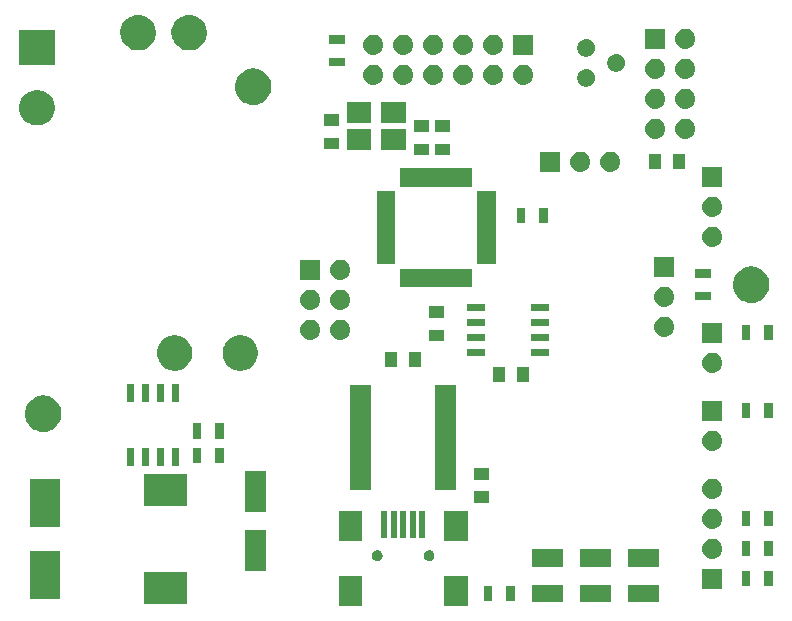
<source format=gts>
G04 #@! TF.GenerationSoftware,KiCad,Pcbnew,5.0.1*
G04 #@! TF.CreationDate,2019-01-11T11:30:50+00:00*
G04 #@! TF.ProjectId,lc1,6C63312E6B696361645F706362000000,rev?*
G04 #@! TF.SameCoordinates,Original*
G04 #@! TF.FileFunction,Soldermask,Top*
G04 #@! TF.FilePolarity,Negative*
%FSLAX46Y46*%
G04 Gerber Fmt 4.6, Leading zero omitted, Abs format (unit mm)*
G04 Created by KiCad (PCBNEW 5.0.1) date Fri 11 Jan 2019 11:30:50 GMT*
%MOMM*%
%LPD*%
G01*
G04 APERTURE LIST*
%ADD10C,0.100000*%
G04 APERTURE END LIST*
D10*
G36*
X147182000Y-132066000D02*
X145182000Y-132066000D01*
X145182000Y-129566000D01*
X147182000Y-129566000D01*
X147182000Y-132066000D01*
X147182000Y-132066000D01*
G37*
G36*
X138282000Y-132066000D02*
X136282000Y-132066000D01*
X136282000Y-129566000D01*
X138282000Y-129566000D01*
X138282000Y-132066000D01*
X138282000Y-132066000D01*
G37*
G36*
X123388086Y-131932593D02*
X119788086Y-131932593D01*
X119788086Y-129232593D01*
X123388086Y-129232593D01*
X123388086Y-131932593D01*
X123388086Y-131932593D01*
G37*
G36*
X155224000Y-131790000D02*
X152624000Y-131790000D01*
X152624000Y-130290000D01*
X155224000Y-130290000D01*
X155224000Y-131790000D01*
X155224000Y-131790000D01*
G37*
G36*
X159288000Y-131790000D02*
X156688000Y-131790000D01*
X156688000Y-130290000D01*
X159288000Y-130290000D01*
X159288000Y-131790000D01*
X159288000Y-131790000D01*
G37*
G36*
X163352000Y-131790000D02*
X160752000Y-131790000D01*
X160752000Y-130290000D01*
X163352000Y-130290000D01*
X163352000Y-131790000D01*
X163352000Y-131790000D01*
G37*
G36*
X151160000Y-131714000D02*
X150460000Y-131714000D01*
X150460000Y-130414000D01*
X151160000Y-130414000D01*
X151160000Y-131714000D01*
X151160000Y-131714000D01*
G37*
G36*
X149260000Y-131714000D02*
X148560000Y-131714000D01*
X148560000Y-130414000D01*
X149260000Y-130414000D01*
X149260000Y-131714000D01*
X149260000Y-131714000D01*
G37*
G36*
X112678086Y-131482593D02*
X110178086Y-131482593D01*
X110178086Y-127482593D01*
X112678086Y-127482593D01*
X112678086Y-131482593D01*
X112678086Y-131482593D01*
G37*
G36*
X168744000Y-130644000D02*
X167044000Y-130644000D01*
X167044000Y-128944000D01*
X168744000Y-128944000D01*
X168744000Y-130644000D01*
X168744000Y-130644000D01*
G37*
G36*
X173004000Y-130444000D02*
X172304000Y-130444000D01*
X172304000Y-129144000D01*
X173004000Y-129144000D01*
X173004000Y-130444000D01*
X173004000Y-130444000D01*
G37*
G36*
X171104000Y-130444000D02*
X170404000Y-130444000D01*
X170404000Y-129144000D01*
X171104000Y-129144000D01*
X171104000Y-130444000D01*
X171104000Y-130444000D01*
G37*
G36*
X130108086Y-129158593D02*
X128308086Y-129158593D01*
X128308086Y-125658593D01*
X130108086Y-125658593D01*
X130108086Y-129158593D01*
X130108086Y-129158593D01*
G37*
G36*
X163352000Y-128790000D02*
X160752000Y-128790000D01*
X160752000Y-127290000D01*
X163352000Y-127290000D01*
X163352000Y-128790000D01*
X163352000Y-128790000D01*
G37*
G36*
X159288000Y-128790000D02*
X156688000Y-128790000D01*
X156688000Y-127290000D01*
X159288000Y-127290000D01*
X159288000Y-128790000D01*
X159288000Y-128790000D01*
G37*
G36*
X155224000Y-128790000D02*
X152624000Y-128790000D01*
X152624000Y-127290000D01*
X155224000Y-127290000D01*
X155224000Y-128790000D01*
X155224000Y-128790000D01*
G37*
G36*
X139663260Y-127383293D02*
X139745155Y-127417215D01*
X139818861Y-127466464D01*
X139881536Y-127529139D01*
X139930785Y-127602845D01*
X139964707Y-127684740D01*
X139982000Y-127771678D01*
X139982000Y-127860322D01*
X139964707Y-127947260D01*
X139930785Y-128029155D01*
X139881536Y-128102861D01*
X139818861Y-128165536D01*
X139745155Y-128214785D01*
X139663260Y-128248707D01*
X139576322Y-128266000D01*
X139487678Y-128266000D01*
X139400740Y-128248707D01*
X139318845Y-128214785D01*
X139245139Y-128165536D01*
X139182464Y-128102861D01*
X139133215Y-128029155D01*
X139099293Y-127947260D01*
X139082000Y-127860322D01*
X139082000Y-127771678D01*
X139099293Y-127684740D01*
X139133215Y-127602845D01*
X139182464Y-127529139D01*
X139245139Y-127466464D01*
X139318845Y-127417215D01*
X139400740Y-127383293D01*
X139487678Y-127366000D01*
X139576322Y-127366000D01*
X139663260Y-127383293D01*
X139663260Y-127383293D01*
G37*
G36*
X144063260Y-127383293D02*
X144145155Y-127417215D01*
X144218861Y-127466464D01*
X144281536Y-127529139D01*
X144330785Y-127602845D01*
X144364707Y-127684740D01*
X144382000Y-127771678D01*
X144382000Y-127860322D01*
X144364707Y-127947260D01*
X144330785Y-128029155D01*
X144281536Y-128102861D01*
X144218861Y-128165536D01*
X144145155Y-128214785D01*
X144063260Y-128248707D01*
X143976322Y-128266000D01*
X143887678Y-128266000D01*
X143800740Y-128248707D01*
X143718845Y-128214785D01*
X143645139Y-128165536D01*
X143582464Y-128102861D01*
X143533215Y-128029155D01*
X143499293Y-127947260D01*
X143482000Y-127860322D01*
X143482000Y-127771678D01*
X143499293Y-127684740D01*
X143533215Y-127602845D01*
X143582464Y-127529139D01*
X143645139Y-127466464D01*
X143718845Y-127417215D01*
X143800740Y-127383293D01*
X143887678Y-127366000D01*
X143976322Y-127366000D01*
X144063260Y-127383293D01*
X144063260Y-127383293D01*
G37*
G36*
X168060630Y-126416299D02*
X168220855Y-126464903D01*
X168368520Y-126543831D01*
X168497949Y-126650051D01*
X168604169Y-126779480D01*
X168683097Y-126927145D01*
X168731701Y-127087370D01*
X168748112Y-127254000D01*
X168731701Y-127420630D01*
X168683097Y-127580855D01*
X168604169Y-127728520D01*
X168497949Y-127857949D01*
X168368520Y-127964169D01*
X168220855Y-128043097D01*
X168060630Y-128091701D01*
X167935752Y-128104000D01*
X167852248Y-128104000D01*
X167727370Y-128091701D01*
X167567145Y-128043097D01*
X167419480Y-127964169D01*
X167290051Y-127857949D01*
X167183831Y-127728520D01*
X167104903Y-127580855D01*
X167056299Y-127420630D01*
X167039888Y-127254000D01*
X167056299Y-127087370D01*
X167104903Y-126927145D01*
X167183831Y-126779480D01*
X167290051Y-126650051D01*
X167419480Y-126543831D01*
X167567145Y-126464903D01*
X167727370Y-126416299D01*
X167852248Y-126404000D01*
X167935752Y-126404000D01*
X168060630Y-126416299D01*
X168060630Y-126416299D01*
G37*
G36*
X173004000Y-127904000D02*
X172304000Y-127904000D01*
X172304000Y-126604000D01*
X173004000Y-126604000D01*
X173004000Y-127904000D01*
X173004000Y-127904000D01*
G37*
G36*
X171104000Y-127904000D02*
X170404000Y-127904000D01*
X170404000Y-126604000D01*
X171104000Y-126604000D01*
X171104000Y-127904000D01*
X171104000Y-127904000D01*
G37*
G36*
X138282000Y-126566000D02*
X136282000Y-126566000D01*
X136282000Y-124066000D01*
X138282000Y-124066000D01*
X138282000Y-126566000D01*
X138282000Y-126566000D01*
G37*
G36*
X147182000Y-126566000D02*
X145182000Y-126566000D01*
X145182000Y-124066000D01*
X147182000Y-124066000D01*
X147182000Y-126566000D01*
X147182000Y-126566000D01*
G37*
G36*
X141182000Y-126366000D02*
X140682000Y-126366000D01*
X140682000Y-124066000D01*
X141182000Y-124066000D01*
X141182000Y-126366000D01*
X141182000Y-126366000D01*
G37*
G36*
X143582000Y-126366000D02*
X143082000Y-126366000D01*
X143082000Y-124066000D01*
X143582000Y-124066000D01*
X143582000Y-126366000D01*
X143582000Y-126366000D01*
G37*
G36*
X142782000Y-126366000D02*
X142282000Y-126366000D01*
X142282000Y-124066000D01*
X142782000Y-124066000D01*
X142782000Y-126366000D01*
X142782000Y-126366000D01*
G37*
G36*
X141982000Y-126366000D02*
X141482000Y-126366000D01*
X141482000Y-124066000D01*
X141982000Y-124066000D01*
X141982000Y-126366000D01*
X141982000Y-126366000D01*
G37*
G36*
X140382000Y-126366000D02*
X139882000Y-126366000D01*
X139882000Y-124066000D01*
X140382000Y-124066000D01*
X140382000Y-126366000D01*
X140382000Y-126366000D01*
G37*
G36*
X168060630Y-123876299D02*
X168220855Y-123924903D01*
X168368520Y-124003831D01*
X168497949Y-124110051D01*
X168604169Y-124239480D01*
X168683097Y-124387145D01*
X168731701Y-124547370D01*
X168748112Y-124714000D01*
X168731701Y-124880630D01*
X168683097Y-125040855D01*
X168604169Y-125188520D01*
X168497949Y-125317949D01*
X168368520Y-125424169D01*
X168220855Y-125503097D01*
X168060630Y-125551701D01*
X167935752Y-125564000D01*
X167852248Y-125564000D01*
X167727370Y-125551701D01*
X167567145Y-125503097D01*
X167419480Y-125424169D01*
X167290051Y-125317949D01*
X167183831Y-125188520D01*
X167104903Y-125040855D01*
X167056299Y-124880630D01*
X167039888Y-124714000D01*
X167056299Y-124547370D01*
X167104903Y-124387145D01*
X167183831Y-124239480D01*
X167290051Y-124110051D01*
X167419480Y-124003831D01*
X167567145Y-123924903D01*
X167727370Y-123876299D01*
X167852248Y-123864000D01*
X167935752Y-123864000D01*
X168060630Y-123876299D01*
X168060630Y-123876299D01*
G37*
G36*
X112678086Y-125382593D02*
X110178086Y-125382593D01*
X110178086Y-121382593D01*
X112678086Y-121382593D01*
X112678086Y-125382593D01*
X112678086Y-125382593D01*
G37*
G36*
X173004000Y-125364000D02*
X172304000Y-125364000D01*
X172304000Y-124064000D01*
X173004000Y-124064000D01*
X173004000Y-125364000D01*
X173004000Y-125364000D01*
G37*
G36*
X171104000Y-125364000D02*
X170404000Y-125364000D01*
X170404000Y-124064000D01*
X171104000Y-124064000D01*
X171104000Y-125364000D01*
X171104000Y-125364000D01*
G37*
G36*
X130108086Y-124158593D02*
X128308086Y-124158593D01*
X128308086Y-120658593D01*
X130108086Y-120658593D01*
X130108086Y-124158593D01*
X130108086Y-124158593D01*
G37*
G36*
X123388086Y-123632593D02*
X119788086Y-123632593D01*
X119788086Y-120932593D01*
X123388086Y-120932593D01*
X123388086Y-123632593D01*
X123388086Y-123632593D01*
G37*
G36*
X148961000Y-123404000D02*
X147711000Y-123404000D01*
X147711000Y-122404000D01*
X148961000Y-122404000D01*
X148961000Y-123404000D01*
X148961000Y-123404000D01*
G37*
G36*
X168060630Y-121336299D02*
X168220855Y-121384903D01*
X168368520Y-121463831D01*
X168497949Y-121570051D01*
X168604169Y-121699480D01*
X168683097Y-121847145D01*
X168731701Y-122007370D01*
X168748112Y-122174000D01*
X168731701Y-122340630D01*
X168683097Y-122500855D01*
X168604169Y-122648520D01*
X168497949Y-122777949D01*
X168368520Y-122884169D01*
X168220855Y-122963097D01*
X168060630Y-123011701D01*
X167935752Y-123024000D01*
X167852248Y-123024000D01*
X167727370Y-123011701D01*
X167567145Y-122963097D01*
X167419480Y-122884169D01*
X167290051Y-122777949D01*
X167183831Y-122648520D01*
X167104903Y-122500855D01*
X167056299Y-122340630D01*
X167039888Y-122174000D01*
X167056299Y-122007370D01*
X167104903Y-121847145D01*
X167183831Y-121699480D01*
X167290051Y-121570051D01*
X167419480Y-121463831D01*
X167567145Y-121384903D01*
X167727370Y-121336299D01*
X167852248Y-121324000D01*
X167935752Y-121324000D01*
X168060630Y-121336299D01*
X168060630Y-121336299D01*
G37*
G36*
X146207000Y-122306000D02*
X144457000Y-122306000D01*
X144457000Y-113406000D01*
X146207000Y-113406000D01*
X146207000Y-122306000D01*
X146207000Y-122306000D01*
G37*
G36*
X139007000Y-122306000D02*
X137257000Y-122306000D01*
X137257000Y-113406000D01*
X139007000Y-113406000D01*
X139007000Y-122306000D01*
X139007000Y-122306000D01*
G37*
G36*
X148961000Y-121404000D02*
X147711000Y-121404000D01*
X147711000Y-120404000D01*
X148961000Y-120404000D01*
X148961000Y-121404000D01*
X148961000Y-121404000D01*
G37*
G36*
X121507086Y-120255593D02*
X120907086Y-120255593D01*
X120907086Y-118705593D01*
X121507086Y-118705593D01*
X121507086Y-120255593D01*
X121507086Y-120255593D01*
G37*
G36*
X120237086Y-120255593D02*
X119637086Y-120255593D01*
X119637086Y-118705593D01*
X120237086Y-118705593D01*
X120237086Y-120255593D01*
X120237086Y-120255593D01*
G37*
G36*
X122777086Y-120255593D02*
X122177086Y-120255593D01*
X122177086Y-118705593D01*
X122777086Y-118705593D01*
X122777086Y-120255593D01*
X122777086Y-120255593D01*
G37*
G36*
X118967086Y-120255593D02*
X118367086Y-120255593D01*
X118367086Y-118705593D01*
X118967086Y-118705593D01*
X118967086Y-120255593D01*
X118967086Y-120255593D01*
G37*
G36*
X124622000Y-120030000D02*
X123922000Y-120030000D01*
X123922000Y-118730000D01*
X124622000Y-118730000D01*
X124622000Y-120030000D01*
X124622000Y-120030000D01*
G37*
G36*
X126522000Y-120030000D02*
X125822000Y-120030000D01*
X125822000Y-118730000D01*
X126522000Y-118730000D01*
X126522000Y-120030000D01*
X126522000Y-120030000D01*
G37*
G36*
X168060630Y-117272299D02*
X168220855Y-117320903D01*
X168368520Y-117399831D01*
X168497949Y-117506051D01*
X168604169Y-117635480D01*
X168683097Y-117783145D01*
X168731701Y-117943370D01*
X168748112Y-118110000D01*
X168731701Y-118276630D01*
X168683097Y-118436855D01*
X168604169Y-118584520D01*
X168497949Y-118713949D01*
X168368520Y-118820169D01*
X168220855Y-118899097D01*
X168060630Y-118947701D01*
X167935752Y-118960000D01*
X167852248Y-118960000D01*
X167727370Y-118947701D01*
X167567145Y-118899097D01*
X167419480Y-118820169D01*
X167290051Y-118713949D01*
X167183831Y-118584520D01*
X167104903Y-118436855D01*
X167056299Y-118276630D01*
X167039888Y-118110000D01*
X167056299Y-117943370D01*
X167104903Y-117783145D01*
X167183831Y-117635480D01*
X167290051Y-117506051D01*
X167419480Y-117399831D01*
X167567145Y-117320903D01*
X167727370Y-117272299D01*
X167852248Y-117260000D01*
X167935752Y-117260000D01*
X168060630Y-117272299D01*
X168060630Y-117272299D01*
G37*
G36*
X126522000Y-117938593D02*
X125822000Y-117938593D01*
X125822000Y-116638593D01*
X126522000Y-116638593D01*
X126522000Y-117938593D01*
X126522000Y-117938593D01*
G37*
G36*
X124622000Y-117938593D02*
X123922000Y-117938593D01*
X123922000Y-116638593D01*
X124622000Y-116638593D01*
X124622000Y-117938593D01*
X124622000Y-117938593D01*
G37*
G36*
X111504481Y-114293855D02*
X111704118Y-114333565D01*
X111892173Y-114411460D01*
X111986201Y-114450408D01*
X112240071Y-114620038D01*
X112455962Y-114835929D01*
X112625592Y-115089799D01*
X112625592Y-115089800D01*
X112742435Y-115371882D01*
X112802000Y-115671338D01*
X112802000Y-115976662D01*
X112742435Y-116276118D01*
X112682837Y-116420000D01*
X112625592Y-116558201D01*
X112455962Y-116812071D01*
X112240071Y-117027962D01*
X111986201Y-117197592D01*
X111892173Y-117236540D01*
X111704118Y-117314435D01*
X111504481Y-117354145D01*
X111404663Y-117374000D01*
X111099337Y-117374000D01*
X110999519Y-117354145D01*
X110799882Y-117314435D01*
X110611827Y-117236540D01*
X110517799Y-117197592D01*
X110263929Y-117027962D01*
X110048038Y-116812071D01*
X109878408Y-116558201D01*
X109821163Y-116420000D01*
X109761565Y-116276118D01*
X109702000Y-115976662D01*
X109702000Y-115671338D01*
X109761565Y-115371882D01*
X109878408Y-115089800D01*
X109878408Y-115089799D01*
X110048038Y-114835929D01*
X110263929Y-114620038D01*
X110517799Y-114450408D01*
X110611827Y-114411460D01*
X110799882Y-114333565D01*
X110999519Y-114293855D01*
X111099337Y-114274000D01*
X111404663Y-114274000D01*
X111504481Y-114293855D01*
X111504481Y-114293855D01*
G37*
G36*
X168744000Y-116420000D02*
X167044000Y-116420000D01*
X167044000Y-114720000D01*
X168744000Y-114720000D01*
X168744000Y-116420000D01*
X168744000Y-116420000D01*
G37*
G36*
X171104000Y-116220000D02*
X170404000Y-116220000D01*
X170404000Y-114920000D01*
X171104000Y-114920000D01*
X171104000Y-116220000D01*
X171104000Y-116220000D01*
G37*
G36*
X173004000Y-116220000D02*
X172304000Y-116220000D01*
X172304000Y-114920000D01*
X173004000Y-114920000D01*
X173004000Y-116220000D01*
X173004000Y-116220000D01*
G37*
G36*
X121507086Y-114855593D02*
X120907086Y-114855593D01*
X120907086Y-113305593D01*
X121507086Y-113305593D01*
X121507086Y-114855593D01*
X121507086Y-114855593D01*
G37*
G36*
X118967086Y-114855593D02*
X118367086Y-114855593D01*
X118367086Y-113305593D01*
X118967086Y-113305593D01*
X118967086Y-114855593D01*
X118967086Y-114855593D01*
G37*
G36*
X122777086Y-114855593D02*
X122177086Y-114855593D01*
X122177086Y-113305593D01*
X122777086Y-113305593D01*
X122777086Y-114855593D01*
X122777086Y-114855593D01*
G37*
G36*
X120237086Y-114855593D02*
X119637086Y-114855593D01*
X119637086Y-113305593D01*
X120237086Y-113305593D01*
X120237086Y-114855593D01*
X120237086Y-114855593D01*
G37*
G36*
X150360000Y-113147000D02*
X149360000Y-113147000D01*
X149360000Y-111897000D01*
X150360000Y-111897000D01*
X150360000Y-113147000D01*
X150360000Y-113147000D01*
G37*
G36*
X152360000Y-113147000D02*
X151360000Y-113147000D01*
X151360000Y-111897000D01*
X152360000Y-111897000D01*
X152360000Y-113147000D01*
X152360000Y-113147000D01*
G37*
G36*
X168060630Y-110668299D02*
X168220855Y-110716903D01*
X168368520Y-110795831D01*
X168497949Y-110902051D01*
X168604169Y-111031480D01*
X168683097Y-111179145D01*
X168731701Y-111339370D01*
X168748112Y-111506000D01*
X168731701Y-111672630D01*
X168683097Y-111832855D01*
X168604169Y-111980520D01*
X168497949Y-112109949D01*
X168368520Y-112216169D01*
X168220855Y-112295097D01*
X168060630Y-112343701D01*
X167935752Y-112356000D01*
X167852248Y-112356000D01*
X167727370Y-112343701D01*
X167567145Y-112295097D01*
X167419480Y-112216169D01*
X167290051Y-112109949D01*
X167183831Y-111980520D01*
X167104903Y-111832855D01*
X167056299Y-111672630D01*
X167039888Y-111506000D01*
X167056299Y-111339370D01*
X167104903Y-111179145D01*
X167183831Y-111031480D01*
X167290051Y-110902051D01*
X167419480Y-110795831D01*
X167567145Y-110716903D01*
X167727370Y-110668299D01*
X167852248Y-110656000D01*
X167935752Y-110656000D01*
X168060630Y-110668299D01*
X168060630Y-110668299D01*
G37*
G36*
X128276935Y-109216429D02*
X128373534Y-109235644D01*
X128646517Y-109348717D01*
X128756445Y-109422169D01*
X128892197Y-109512876D01*
X129101124Y-109721803D01*
X129101126Y-109721806D01*
X129265283Y-109967483D01*
X129378356Y-110240466D01*
X129436000Y-110530263D01*
X129436000Y-110825737D01*
X129378356Y-111115534D01*
X129298402Y-111308560D01*
X129265284Y-111388515D01*
X129101124Y-111634197D01*
X128892197Y-111843124D01*
X128892194Y-111843126D01*
X128646517Y-112007283D01*
X128373534Y-112120356D01*
X128276935Y-112139571D01*
X128083739Y-112178000D01*
X127788261Y-112178000D01*
X127595065Y-112139571D01*
X127498466Y-112120356D01*
X127225483Y-112007283D01*
X126979806Y-111843126D01*
X126979803Y-111843124D01*
X126770876Y-111634197D01*
X126606716Y-111388515D01*
X126573598Y-111308560D01*
X126493644Y-111115534D01*
X126436000Y-110825737D01*
X126436000Y-110530263D01*
X126493644Y-110240466D01*
X126606717Y-109967483D01*
X126770874Y-109721806D01*
X126770876Y-109721803D01*
X126979803Y-109512876D01*
X127115555Y-109422169D01*
X127225483Y-109348717D01*
X127498466Y-109235644D01*
X127595065Y-109216429D01*
X127788261Y-109178000D01*
X128083739Y-109178000D01*
X128276935Y-109216429D01*
X128276935Y-109216429D01*
G37*
G36*
X122726935Y-109216429D02*
X122823534Y-109235644D01*
X123096517Y-109348717D01*
X123206445Y-109422169D01*
X123342197Y-109512876D01*
X123551124Y-109721803D01*
X123551126Y-109721806D01*
X123715283Y-109967483D01*
X123828356Y-110240466D01*
X123886000Y-110530263D01*
X123886000Y-110825737D01*
X123828356Y-111115534D01*
X123748402Y-111308560D01*
X123715284Y-111388515D01*
X123551124Y-111634197D01*
X123342197Y-111843124D01*
X123342194Y-111843126D01*
X123096517Y-112007283D01*
X122823534Y-112120356D01*
X122726935Y-112139571D01*
X122533739Y-112178000D01*
X122238261Y-112178000D01*
X122045065Y-112139571D01*
X121948466Y-112120356D01*
X121675483Y-112007283D01*
X121429806Y-111843126D01*
X121429803Y-111843124D01*
X121220876Y-111634197D01*
X121056716Y-111388515D01*
X121023598Y-111308560D01*
X120943644Y-111115534D01*
X120886000Y-110825737D01*
X120886000Y-110530263D01*
X120943644Y-110240466D01*
X121056717Y-109967483D01*
X121220874Y-109721806D01*
X121220876Y-109721803D01*
X121429803Y-109512876D01*
X121565555Y-109422169D01*
X121675483Y-109348717D01*
X121948466Y-109235644D01*
X122045065Y-109216429D01*
X122238261Y-109178000D01*
X122533739Y-109178000D01*
X122726935Y-109216429D01*
X122726935Y-109216429D01*
G37*
G36*
X143232000Y-111877000D02*
X142232000Y-111877000D01*
X142232000Y-110627000D01*
X143232000Y-110627000D01*
X143232000Y-111877000D01*
X143232000Y-111877000D01*
G37*
G36*
X141232000Y-111877000D02*
X140232000Y-111877000D01*
X140232000Y-110627000D01*
X141232000Y-110627000D01*
X141232000Y-111877000D01*
X141232000Y-111877000D01*
G37*
G36*
X148697000Y-110917000D02*
X147147000Y-110917000D01*
X147147000Y-110317000D01*
X148697000Y-110317000D01*
X148697000Y-110917000D01*
X148697000Y-110917000D01*
G37*
G36*
X154097000Y-110917000D02*
X152547000Y-110917000D01*
X152547000Y-110317000D01*
X154097000Y-110317000D01*
X154097000Y-110917000D01*
X154097000Y-110917000D01*
G37*
G36*
X168744000Y-109816000D02*
X167044000Y-109816000D01*
X167044000Y-108116000D01*
X168744000Y-108116000D01*
X168744000Y-109816000D01*
X168744000Y-109816000D01*
G37*
G36*
X145151000Y-109704000D02*
X143901000Y-109704000D01*
X143901000Y-108704000D01*
X145151000Y-108704000D01*
X145151000Y-109704000D01*
X145151000Y-109704000D01*
G37*
G36*
X154097000Y-109647000D02*
X152547000Y-109647000D01*
X152547000Y-109047000D01*
X154097000Y-109047000D01*
X154097000Y-109647000D01*
X154097000Y-109647000D01*
G37*
G36*
X148697000Y-109647000D02*
X147147000Y-109647000D01*
X147147000Y-109047000D01*
X148697000Y-109047000D01*
X148697000Y-109647000D01*
X148697000Y-109647000D01*
G37*
G36*
X173004000Y-109616000D02*
X172304000Y-109616000D01*
X172304000Y-108316000D01*
X173004000Y-108316000D01*
X173004000Y-109616000D01*
X173004000Y-109616000D01*
G37*
G36*
X171104000Y-109616000D02*
X170404000Y-109616000D01*
X170404000Y-108316000D01*
X171104000Y-108316000D01*
X171104000Y-109616000D01*
X171104000Y-109616000D01*
G37*
G36*
X136564630Y-107874299D02*
X136724855Y-107922903D01*
X136872520Y-108001831D01*
X137001949Y-108108051D01*
X137108169Y-108237480D01*
X137187097Y-108385145D01*
X137235701Y-108545370D01*
X137252112Y-108712000D01*
X137235701Y-108878630D01*
X137187097Y-109038855D01*
X137108169Y-109186520D01*
X137001949Y-109315949D01*
X136872520Y-109422169D01*
X136724855Y-109501097D01*
X136564630Y-109549701D01*
X136439752Y-109562000D01*
X136356248Y-109562000D01*
X136231370Y-109549701D01*
X136071145Y-109501097D01*
X135923480Y-109422169D01*
X135794051Y-109315949D01*
X135687831Y-109186520D01*
X135608903Y-109038855D01*
X135560299Y-108878630D01*
X135543888Y-108712000D01*
X135560299Y-108545370D01*
X135608903Y-108385145D01*
X135687831Y-108237480D01*
X135794051Y-108108051D01*
X135923480Y-108001831D01*
X136071145Y-107922903D01*
X136231370Y-107874299D01*
X136356248Y-107862000D01*
X136439752Y-107862000D01*
X136564630Y-107874299D01*
X136564630Y-107874299D01*
G37*
G36*
X134024630Y-107874299D02*
X134184855Y-107922903D01*
X134332520Y-108001831D01*
X134461949Y-108108051D01*
X134568169Y-108237480D01*
X134647097Y-108385145D01*
X134695701Y-108545370D01*
X134712112Y-108712000D01*
X134695701Y-108878630D01*
X134647097Y-109038855D01*
X134568169Y-109186520D01*
X134461949Y-109315949D01*
X134332520Y-109422169D01*
X134184855Y-109501097D01*
X134024630Y-109549701D01*
X133899752Y-109562000D01*
X133816248Y-109562000D01*
X133691370Y-109549701D01*
X133531145Y-109501097D01*
X133383480Y-109422169D01*
X133254051Y-109315949D01*
X133147831Y-109186520D01*
X133068903Y-109038855D01*
X133020299Y-108878630D01*
X133003888Y-108712000D01*
X133020299Y-108545370D01*
X133068903Y-108385145D01*
X133147831Y-108237480D01*
X133254051Y-108108051D01*
X133383480Y-108001831D01*
X133531145Y-107922903D01*
X133691370Y-107874299D01*
X133816248Y-107862000D01*
X133899752Y-107862000D01*
X134024630Y-107874299D01*
X134024630Y-107874299D01*
G37*
G36*
X163996630Y-107620299D02*
X164156855Y-107668903D01*
X164304520Y-107747831D01*
X164433949Y-107854051D01*
X164540169Y-107983480D01*
X164619097Y-108131145D01*
X164667701Y-108291370D01*
X164684112Y-108458000D01*
X164667701Y-108624630D01*
X164619097Y-108784855D01*
X164540169Y-108932520D01*
X164433949Y-109061949D01*
X164304520Y-109168169D01*
X164156855Y-109247097D01*
X163996630Y-109295701D01*
X163871752Y-109308000D01*
X163788248Y-109308000D01*
X163663370Y-109295701D01*
X163503145Y-109247097D01*
X163355480Y-109168169D01*
X163226051Y-109061949D01*
X163119831Y-108932520D01*
X163040903Y-108784855D01*
X162992299Y-108624630D01*
X162975888Y-108458000D01*
X162992299Y-108291370D01*
X163040903Y-108131145D01*
X163119831Y-107983480D01*
X163226051Y-107854051D01*
X163355480Y-107747831D01*
X163503145Y-107668903D01*
X163663370Y-107620299D01*
X163788248Y-107608000D01*
X163871752Y-107608000D01*
X163996630Y-107620299D01*
X163996630Y-107620299D01*
G37*
G36*
X154097000Y-108377000D02*
X152547000Y-108377000D01*
X152547000Y-107777000D01*
X154097000Y-107777000D01*
X154097000Y-108377000D01*
X154097000Y-108377000D01*
G37*
G36*
X148697000Y-108377000D02*
X147147000Y-108377000D01*
X147147000Y-107777000D01*
X148697000Y-107777000D01*
X148697000Y-108377000D01*
X148697000Y-108377000D01*
G37*
G36*
X145151000Y-107704000D02*
X143901000Y-107704000D01*
X143901000Y-106704000D01*
X145151000Y-106704000D01*
X145151000Y-107704000D01*
X145151000Y-107704000D01*
G37*
G36*
X148697000Y-107107000D02*
X147147000Y-107107000D01*
X147147000Y-106507000D01*
X148697000Y-106507000D01*
X148697000Y-107107000D01*
X148697000Y-107107000D01*
G37*
G36*
X154097000Y-107107000D02*
X152547000Y-107107000D01*
X152547000Y-106507000D01*
X154097000Y-106507000D01*
X154097000Y-107107000D01*
X154097000Y-107107000D01*
G37*
G36*
X136564630Y-105334299D02*
X136724855Y-105382903D01*
X136872520Y-105461831D01*
X137001949Y-105568051D01*
X137108169Y-105697480D01*
X137187097Y-105845145D01*
X137235701Y-106005370D01*
X137252112Y-106172000D01*
X137235701Y-106338630D01*
X137187097Y-106498855D01*
X137108169Y-106646520D01*
X137001949Y-106775949D01*
X136872520Y-106882169D01*
X136724855Y-106961097D01*
X136564630Y-107009701D01*
X136439752Y-107022000D01*
X136356248Y-107022000D01*
X136231370Y-107009701D01*
X136071145Y-106961097D01*
X135923480Y-106882169D01*
X135794051Y-106775949D01*
X135687831Y-106646520D01*
X135608903Y-106498855D01*
X135560299Y-106338630D01*
X135543888Y-106172000D01*
X135560299Y-106005370D01*
X135608903Y-105845145D01*
X135687831Y-105697480D01*
X135794051Y-105568051D01*
X135923480Y-105461831D01*
X136071145Y-105382903D01*
X136231370Y-105334299D01*
X136356248Y-105322000D01*
X136439752Y-105322000D01*
X136564630Y-105334299D01*
X136564630Y-105334299D01*
G37*
G36*
X134024630Y-105334299D02*
X134184855Y-105382903D01*
X134332520Y-105461831D01*
X134461949Y-105568051D01*
X134568169Y-105697480D01*
X134647097Y-105845145D01*
X134695701Y-106005370D01*
X134712112Y-106172000D01*
X134695701Y-106338630D01*
X134647097Y-106498855D01*
X134568169Y-106646520D01*
X134461949Y-106775949D01*
X134332520Y-106882169D01*
X134184855Y-106961097D01*
X134024630Y-107009701D01*
X133899752Y-107022000D01*
X133816248Y-107022000D01*
X133691370Y-107009701D01*
X133531145Y-106961097D01*
X133383480Y-106882169D01*
X133254051Y-106775949D01*
X133147831Y-106646520D01*
X133068903Y-106498855D01*
X133020299Y-106338630D01*
X133003888Y-106172000D01*
X133020299Y-106005370D01*
X133068903Y-105845145D01*
X133147831Y-105697480D01*
X133254051Y-105568051D01*
X133383480Y-105461831D01*
X133531145Y-105382903D01*
X133691370Y-105334299D01*
X133816248Y-105322000D01*
X133899752Y-105322000D01*
X134024630Y-105334299D01*
X134024630Y-105334299D01*
G37*
G36*
X163996630Y-105080299D02*
X164156855Y-105128903D01*
X164304520Y-105207831D01*
X164433949Y-105314051D01*
X164540169Y-105443480D01*
X164619097Y-105591145D01*
X164667701Y-105751370D01*
X164684112Y-105918000D01*
X164667701Y-106084630D01*
X164619097Y-106244855D01*
X164540169Y-106392520D01*
X164433949Y-106521949D01*
X164304520Y-106628169D01*
X164156855Y-106707097D01*
X163996630Y-106755701D01*
X163871752Y-106768000D01*
X163788248Y-106768000D01*
X163663370Y-106755701D01*
X163503145Y-106707097D01*
X163355480Y-106628169D01*
X163226051Y-106521949D01*
X163119831Y-106392520D01*
X163040903Y-106244855D01*
X162992299Y-106084630D01*
X162975888Y-105918000D01*
X162992299Y-105751370D01*
X163040903Y-105591145D01*
X163119831Y-105443480D01*
X163226051Y-105314051D01*
X163355480Y-105207831D01*
X163503145Y-105128903D01*
X163663370Y-105080299D01*
X163788248Y-105068000D01*
X163871752Y-105068000D01*
X163996630Y-105080299D01*
X163996630Y-105080299D01*
G37*
G36*
X171448481Y-103371855D02*
X171648118Y-103411565D01*
X171778016Y-103465371D01*
X171930201Y-103528408D01*
X172184071Y-103698038D01*
X172399962Y-103913929D01*
X172569592Y-104167799D01*
X172608540Y-104261827D01*
X172686435Y-104449882D01*
X172746000Y-104749338D01*
X172746000Y-105054662D01*
X172686435Y-105354118D01*
X172641818Y-105461832D01*
X172569592Y-105636201D01*
X172399962Y-105890071D01*
X172184071Y-106105962D01*
X171930201Y-106275592D01*
X171836173Y-106314540D01*
X171648118Y-106392435D01*
X171448481Y-106432145D01*
X171348663Y-106452000D01*
X171043337Y-106452000D01*
X170943519Y-106432145D01*
X170743882Y-106392435D01*
X170555827Y-106314540D01*
X170461799Y-106275592D01*
X170207929Y-106105962D01*
X169992038Y-105890071D01*
X169822408Y-105636201D01*
X169750182Y-105461832D01*
X169705565Y-105354118D01*
X169646000Y-105054662D01*
X169646000Y-104749338D01*
X169705565Y-104449882D01*
X169783460Y-104261827D01*
X169822408Y-104167799D01*
X169992038Y-103913929D01*
X170207929Y-103698038D01*
X170461799Y-103528408D01*
X170613984Y-103465371D01*
X170743882Y-103411565D01*
X170943519Y-103371855D01*
X171043337Y-103352000D01*
X171348663Y-103352000D01*
X171448481Y-103371855D01*
X171448481Y-103371855D01*
G37*
G36*
X167782000Y-106202000D02*
X166482000Y-106202000D01*
X166482000Y-105502000D01*
X167782000Y-105502000D01*
X167782000Y-106202000D01*
X167782000Y-106202000D01*
G37*
G36*
X147601000Y-105126000D02*
X141451000Y-105126000D01*
X141451000Y-103526000D01*
X147601000Y-103526000D01*
X147601000Y-105126000D01*
X147601000Y-105126000D01*
G37*
G36*
X134708000Y-104482000D02*
X133008000Y-104482000D01*
X133008000Y-102782000D01*
X134708000Y-102782000D01*
X134708000Y-104482000D01*
X134708000Y-104482000D01*
G37*
G36*
X136564630Y-102794299D02*
X136724855Y-102842903D01*
X136872520Y-102921831D01*
X137001949Y-103028051D01*
X137108169Y-103157480D01*
X137187097Y-103305145D01*
X137235701Y-103465370D01*
X137252112Y-103632000D01*
X137235701Y-103798630D01*
X137187097Y-103958855D01*
X137108169Y-104106520D01*
X137001949Y-104235949D01*
X136872520Y-104342169D01*
X136724855Y-104421097D01*
X136564630Y-104469701D01*
X136439752Y-104482000D01*
X136356248Y-104482000D01*
X136231370Y-104469701D01*
X136071145Y-104421097D01*
X135923480Y-104342169D01*
X135794051Y-104235949D01*
X135687831Y-104106520D01*
X135608903Y-103958855D01*
X135560299Y-103798630D01*
X135543888Y-103632000D01*
X135560299Y-103465370D01*
X135608903Y-103305145D01*
X135687831Y-103157480D01*
X135794051Y-103028051D01*
X135923480Y-102921831D01*
X136071145Y-102842903D01*
X136231370Y-102794299D01*
X136356248Y-102782000D01*
X136439752Y-102782000D01*
X136564630Y-102794299D01*
X136564630Y-102794299D01*
G37*
G36*
X167782000Y-104302000D02*
X166482000Y-104302000D01*
X166482000Y-103602000D01*
X167782000Y-103602000D01*
X167782000Y-104302000D01*
X167782000Y-104302000D01*
G37*
G36*
X164680000Y-104228000D02*
X162980000Y-104228000D01*
X162980000Y-102528000D01*
X164680000Y-102528000D01*
X164680000Y-104228000D01*
X164680000Y-104228000D01*
G37*
G36*
X149576000Y-103151000D02*
X147976000Y-103151000D01*
X147976000Y-97001000D01*
X149576000Y-97001000D01*
X149576000Y-103151000D01*
X149576000Y-103151000D01*
G37*
G36*
X141076000Y-103151000D02*
X139476000Y-103151000D01*
X139476000Y-97001000D01*
X141076000Y-97001000D01*
X141076000Y-103151000D01*
X141076000Y-103151000D01*
G37*
G36*
X168060630Y-100000299D02*
X168220855Y-100048903D01*
X168368520Y-100127831D01*
X168497949Y-100234051D01*
X168604169Y-100363480D01*
X168683097Y-100511145D01*
X168731701Y-100671370D01*
X168748112Y-100838000D01*
X168731701Y-101004630D01*
X168683097Y-101164855D01*
X168604169Y-101312520D01*
X168497949Y-101441949D01*
X168368520Y-101548169D01*
X168220855Y-101627097D01*
X168060630Y-101675701D01*
X167935752Y-101688000D01*
X167852248Y-101688000D01*
X167727370Y-101675701D01*
X167567145Y-101627097D01*
X167419480Y-101548169D01*
X167290051Y-101441949D01*
X167183831Y-101312520D01*
X167104903Y-101164855D01*
X167056299Y-101004630D01*
X167039888Y-100838000D01*
X167056299Y-100671370D01*
X167104903Y-100511145D01*
X167183831Y-100363480D01*
X167290051Y-100234051D01*
X167419480Y-100127831D01*
X167567145Y-100048903D01*
X167727370Y-100000299D01*
X167852248Y-99988000D01*
X167935752Y-99988000D01*
X168060630Y-100000299D01*
X168060630Y-100000299D01*
G37*
G36*
X153954000Y-99710000D02*
X153254000Y-99710000D01*
X153254000Y-98410000D01*
X153954000Y-98410000D01*
X153954000Y-99710000D01*
X153954000Y-99710000D01*
G37*
G36*
X152054000Y-99710000D02*
X151354000Y-99710000D01*
X151354000Y-98410000D01*
X152054000Y-98410000D01*
X152054000Y-99710000D01*
X152054000Y-99710000D01*
G37*
G36*
X168060630Y-97460299D02*
X168220855Y-97508903D01*
X168368520Y-97587831D01*
X168497949Y-97694051D01*
X168604169Y-97823480D01*
X168683097Y-97971145D01*
X168731701Y-98131370D01*
X168748112Y-98298000D01*
X168731701Y-98464630D01*
X168683097Y-98624855D01*
X168604169Y-98772520D01*
X168497949Y-98901949D01*
X168368520Y-99008169D01*
X168220855Y-99087097D01*
X168060630Y-99135701D01*
X167935752Y-99148000D01*
X167852248Y-99148000D01*
X167727370Y-99135701D01*
X167567145Y-99087097D01*
X167419480Y-99008169D01*
X167290051Y-98901949D01*
X167183831Y-98772520D01*
X167104903Y-98624855D01*
X167056299Y-98464630D01*
X167039888Y-98298000D01*
X167056299Y-98131370D01*
X167104903Y-97971145D01*
X167183831Y-97823480D01*
X167290051Y-97694051D01*
X167419480Y-97587831D01*
X167567145Y-97508903D01*
X167727370Y-97460299D01*
X167852248Y-97448000D01*
X167935752Y-97448000D01*
X168060630Y-97460299D01*
X168060630Y-97460299D01*
G37*
G36*
X147601000Y-96626000D02*
X141451000Y-96626000D01*
X141451000Y-95026000D01*
X147601000Y-95026000D01*
X147601000Y-96626000D01*
X147601000Y-96626000D01*
G37*
G36*
X168744000Y-96608000D02*
X167044000Y-96608000D01*
X167044000Y-94908000D01*
X168744000Y-94908000D01*
X168744000Y-96608000D01*
X168744000Y-96608000D01*
G37*
G36*
X156884630Y-93650299D02*
X157044855Y-93698903D01*
X157192520Y-93777831D01*
X157321949Y-93884051D01*
X157428169Y-94013480D01*
X157507097Y-94161145D01*
X157555701Y-94321370D01*
X157572112Y-94488000D01*
X157555701Y-94654630D01*
X157507097Y-94814855D01*
X157428169Y-94962520D01*
X157321949Y-95091949D01*
X157192520Y-95198169D01*
X157044855Y-95277097D01*
X156884630Y-95325701D01*
X156759752Y-95338000D01*
X156676248Y-95338000D01*
X156551370Y-95325701D01*
X156391145Y-95277097D01*
X156243480Y-95198169D01*
X156114051Y-95091949D01*
X156007831Y-94962520D01*
X155928903Y-94814855D01*
X155880299Y-94654630D01*
X155863888Y-94488000D01*
X155880299Y-94321370D01*
X155928903Y-94161145D01*
X156007831Y-94013480D01*
X156114051Y-93884051D01*
X156243480Y-93777831D01*
X156391145Y-93698903D01*
X156551370Y-93650299D01*
X156676248Y-93638000D01*
X156759752Y-93638000D01*
X156884630Y-93650299D01*
X156884630Y-93650299D01*
G37*
G36*
X159424630Y-93650299D02*
X159584855Y-93698903D01*
X159732520Y-93777831D01*
X159861949Y-93884051D01*
X159968169Y-94013480D01*
X160047097Y-94161145D01*
X160095701Y-94321370D01*
X160112112Y-94488000D01*
X160095701Y-94654630D01*
X160047097Y-94814855D01*
X159968169Y-94962520D01*
X159861949Y-95091949D01*
X159732520Y-95198169D01*
X159584855Y-95277097D01*
X159424630Y-95325701D01*
X159299752Y-95338000D01*
X159216248Y-95338000D01*
X159091370Y-95325701D01*
X158931145Y-95277097D01*
X158783480Y-95198169D01*
X158654051Y-95091949D01*
X158547831Y-94962520D01*
X158468903Y-94814855D01*
X158420299Y-94654630D01*
X158403888Y-94488000D01*
X158420299Y-94321370D01*
X158468903Y-94161145D01*
X158547831Y-94013480D01*
X158654051Y-93884051D01*
X158783480Y-93777831D01*
X158931145Y-93698903D01*
X159091370Y-93650299D01*
X159216248Y-93638000D01*
X159299752Y-93638000D01*
X159424630Y-93650299D01*
X159424630Y-93650299D01*
G37*
G36*
X155028000Y-95338000D02*
X153328000Y-95338000D01*
X153328000Y-93638000D01*
X155028000Y-93638000D01*
X155028000Y-95338000D01*
X155028000Y-95338000D01*
G37*
G36*
X163584000Y-95113000D02*
X162584000Y-95113000D01*
X162584000Y-93863000D01*
X163584000Y-93863000D01*
X163584000Y-95113000D01*
X163584000Y-95113000D01*
G37*
G36*
X165584000Y-95113000D02*
X164584000Y-95113000D01*
X164584000Y-93863000D01*
X165584000Y-93863000D01*
X165584000Y-95113000D01*
X165584000Y-95113000D01*
G37*
G36*
X143881000Y-93956000D02*
X142631000Y-93956000D01*
X142631000Y-92956000D01*
X143881000Y-92956000D01*
X143881000Y-93956000D01*
X143881000Y-93956000D01*
G37*
G36*
X145659000Y-93956000D02*
X144409000Y-93956000D01*
X144409000Y-92956000D01*
X145659000Y-92956000D01*
X145659000Y-93956000D01*
X145659000Y-93956000D01*
G37*
G36*
X141946000Y-93490000D02*
X139846000Y-93490000D01*
X139846000Y-91690000D01*
X141946000Y-91690000D01*
X141946000Y-93490000D01*
X141946000Y-93490000D01*
G37*
G36*
X139046000Y-93490000D02*
X136946000Y-93490000D01*
X136946000Y-91690000D01*
X139046000Y-91690000D01*
X139046000Y-93490000D01*
X139046000Y-93490000D01*
G37*
G36*
X136261000Y-93448000D02*
X135011000Y-93448000D01*
X135011000Y-92448000D01*
X136261000Y-92448000D01*
X136261000Y-93448000D01*
X136261000Y-93448000D01*
G37*
G36*
X165774630Y-90856299D02*
X165934855Y-90904903D01*
X166082520Y-90983831D01*
X166211949Y-91090051D01*
X166318169Y-91219480D01*
X166397097Y-91367145D01*
X166445701Y-91527370D01*
X166462112Y-91694000D01*
X166445701Y-91860630D01*
X166397097Y-92020855D01*
X166318169Y-92168520D01*
X166211949Y-92297949D01*
X166082520Y-92404169D01*
X165934855Y-92483097D01*
X165774630Y-92531701D01*
X165649752Y-92544000D01*
X165566248Y-92544000D01*
X165441370Y-92531701D01*
X165281145Y-92483097D01*
X165133480Y-92404169D01*
X165004051Y-92297949D01*
X164897831Y-92168520D01*
X164818903Y-92020855D01*
X164770299Y-91860630D01*
X164753888Y-91694000D01*
X164770299Y-91527370D01*
X164818903Y-91367145D01*
X164897831Y-91219480D01*
X165004051Y-91090051D01*
X165133480Y-90983831D01*
X165281145Y-90904903D01*
X165441370Y-90856299D01*
X165566248Y-90844000D01*
X165649752Y-90844000D01*
X165774630Y-90856299D01*
X165774630Y-90856299D01*
G37*
G36*
X163234630Y-90856299D02*
X163394855Y-90904903D01*
X163542520Y-90983831D01*
X163671949Y-91090051D01*
X163778169Y-91219480D01*
X163857097Y-91367145D01*
X163905701Y-91527370D01*
X163922112Y-91694000D01*
X163905701Y-91860630D01*
X163857097Y-92020855D01*
X163778169Y-92168520D01*
X163671949Y-92297949D01*
X163542520Y-92404169D01*
X163394855Y-92483097D01*
X163234630Y-92531701D01*
X163109752Y-92544000D01*
X163026248Y-92544000D01*
X162901370Y-92531701D01*
X162741145Y-92483097D01*
X162593480Y-92404169D01*
X162464051Y-92297949D01*
X162357831Y-92168520D01*
X162278903Y-92020855D01*
X162230299Y-91860630D01*
X162213888Y-91694000D01*
X162230299Y-91527370D01*
X162278903Y-91367145D01*
X162357831Y-91219480D01*
X162464051Y-91090051D01*
X162593480Y-90983831D01*
X162741145Y-90904903D01*
X162901370Y-90856299D01*
X163026248Y-90844000D01*
X163109752Y-90844000D01*
X163234630Y-90856299D01*
X163234630Y-90856299D01*
G37*
G36*
X145659000Y-91956000D02*
X144409000Y-91956000D01*
X144409000Y-90956000D01*
X145659000Y-90956000D01*
X145659000Y-91956000D01*
X145659000Y-91956000D01*
G37*
G36*
X143881000Y-91956000D02*
X142631000Y-91956000D01*
X142631000Y-90956000D01*
X143881000Y-90956000D01*
X143881000Y-91956000D01*
X143881000Y-91956000D01*
G37*
G36*
X136261000Y-91448000D02*
X135011000Y-91448000D01*
X135011000Y-90448000D01*
X136261000Y-90448000D01*
X136261000Y-91448000D01*
X136261000Y-91448000D01*
G37*
G36*
X111084935Y-88454429D02*
X111181534Y-88473644D01*
X111454517Y-88586717D01*
X111593346Y-88679480D01*
X111700197Y-88750876D01*
X111909124Y-88959803D01*
X112073284Y-89205485D01*
X112186356Y-89478467D01*
X112244000Y-89768261D01*
X112244000Y-90063739D01*
X112186356Y-90353533D01*
X112073284Y-90626515D01*
X111909124Y-90872197D01*
X111700197Y-91081124D01*
X111700194Y-91081126D01*
X111454517Y-91245283D01*
X111181534Y-91358356D01*
X111084935Y-91377571D01*
X110891739Y-91416000D01*
X110596261Y-91416000D01*
X110403065Y-91377571D01*
X110306466Y-91358356D01*
X110033483Y-91245283D01*
X109787806Y-91081126D01*
X109787803Y-91081124D01*
X109578876Y-90872197D01*
X109414716Y-90626515D01*
X109301644Y-90353533D01*
X109244000Y-90063739D01*
X109244000Y-89768261D01*
X109301644Y-89478467D01*
X109414716Y-89205485D01*
X109578876Y-88959803D01*
X109787803Y-88750876D01*
X109894654Y-88679480D01*
X110033483Y-88586717D01*
X110306466Y-88473644D01*
X110403065Y-88454429D01*
X110596261Y-88416000D01*
X110891739Y-88416000D01*
X111084935Y-88454429D01*
X111084935Y-88454429D01*
G37*
G36*
X141946000Y-91190000D02*
X139846000Y-91190000D01*
X139846000Y-89390000D01*
X141946000Y-89390000D01*
X141946000Y-91190000D01*
X141946000Y-91190000D01*
G37*
G36*
X139046000Y-91190000D02*
X136946000Y-91190000D01*
X136946000Y-89390000D01*
X139046000Y-89390000D01*
X139046000Y-91190000D01*
X139046000Y-91190000D01*
G37*
G36*
X165774630Y-88316299D02*
X165934855Y-88364903D01*
X166082520Y-88443831D01*
X166211949Y-88550051D01*
X166318169Y-88679480D01*
X166397097Y-88827145D01*
X166445701Y-88987370D01*
X166462112Y-89154000D01*
X166445701Y-89320630D01*
X166397097Y-89480855D01*
X166318169Y-89628520D01*
X166211949Y-89757949D01*
X166082520Y-89864169D01*
X165934855Y-89943097D01*
X165774630Y-89991701D01*
X165649752Y-90004000D01*
X165566248Y-90004000D01*
X165441370Y-89991701D01*
X165281145Y-89943097D01*
X165133480Y-89864169D01*
X165004051Y-89757949D01*
X164897831Y-89628520D01*
X164818903Y-89480855D01*
X164770299Y-89320630D01*
X164753888Y-89154000D01*
X164770299Y-88987370D01*
X164818903Y-88827145D01*
X164897831Y-88679480D01*
X165004051Y-88550051D01*
X165133480Y-88443831D01*
X165281145Y-88364903D01*
X165441370Y-88316299D01*
X165566248Y-88304000D01*
X165649752Y-88304000D01*
X165774630Y-88316299D01*
X165774630Y-88316299D01*
G37*
G36*
X163234630Y-88316299D02*
X163394855Y-88364903D01*
X163542520Y-88443831D01*
X163671949Y-88550051D01*
X163778169Y-88679480D01*
X163857097Y-88827145D01*
X163905701Y-88987370D01*
X163922112Y-89154000D01*
X163905701Y-89320630D01*
X163857097Y-89480855D01*
X163778169Y-89628520D01*
X163671949Y-89757949D01*
X163542520Y-89864169D01*
X163394855Y-89943097D01*
X163234630Y-89991701D01*
X163109752Y-90004000D01*
X163026248Y-90004000D01*
X162901370Y-89991701D01*
X162741145Y-89943097D01*
X162593480Y-89864169D01*
X162464051Y-89757949D01*
X162357831Y-89628520D01*
X162278903Y-89480855D01*
X162230299Y-89320630D01*
X162213888Y-89154000D01*
X162230299Y-88987370D01*
X162278903Y-88827145D01*
X162357831Y-88679480D01*
X162464051Y-88550051D01*
X162593480Y-88443831D01*
X162741145Y-88364903D01*
X162901370Y-88316299D01*
X163026248Y-88304000D01*
X163109752Y-88304000D01*
X163234630Y-88316299D01*
X163234630Y-88316299D01*
G37*
G36*
X129284481Y-86607855D02*
X129484118Y-86647565D01*
X129638129Y-86711359D01*
X129766201Y-86764408D01*
X130020071Y-86934038D01*
X130235962Y-87149929D01*
X130405592Y-87403799D01*
X130430528Y-87464000D01*
X130522435Y-87685882D01*
X130582000Y-87985338D01*
X130582000Y-88290662D01*
X130522435Y-88590118D01*
X130485419Y-88679481D01*
X130405592Y-88872201D01*
X130235962Y-89126071D01*
X130020071Y-89341962D01*
X129766201Y-89511592D01*
X129672173Y-89550540D01*
X129484118Y-89628435D01*
X129284481Y-89668145D01*
X129184663Y-89688000D01*
X128879337Y-89688000D01*
X128779519Y-89668145D01*
X128579882Y-89628435D01*
X128391827Y-89550540D01*
X128297799Y-89511592D01*
X128043929Y-89341962D01*
X127828038Y-89126071D01*
X127658408Y-88872201D01*
X127578581Y-88679481D01*
X127541565Y-88590118D01*
X127482000Y-88290662D01*
X127482000Y-87985338D01*
X127541565Y-87685882D01*
X127633472Y-87464000D01*
X127658408Y-87403799D01*
X127828038Y-87149929D01*
X128043929Y-86934038D01*
X128297799Y-86764408D01*
X128425871Y-86711359D01*
X128579882Y-86647565D01*
X128779519Y-86607855D01*
X128879337Y-86588000D01*
X129184663Y-86588000D01*
X129284481Y-86607855D01*
X129284481Y-86607855D01*
G37*
G36*
X157372318Y-86640411D02*
X157444767Y-86654822D01*
X157501303Y-86678240D01*
X157581257Y-86711358D01*
X157704100Y-86793439D01*
X157808561Y-86897900D01*
X157890642Y-87020743D01*
X157918716Y-87088520D01*
X157944154Y-87149932D01*
X157947178Y-87157234D01*
X157973315Y-87288630D01*
X157976000Y-87302131D01*
X157976000Y-87449869D01*
X157947178Y-87594767D01*
X157923760Y-87651303D01*
X157890642Y-87731257D01*
X157808561Y-87854100D01*
X157704100Y-87958561D01*
X157581257Y-88040642D01*
X157501303Y-88073760D01*
X157444767Y-88097178D01*
X157372318Y-88111589D01*
X157299870Y-88126000D01*
X157152130Y-88126000D01*
X157079682Y-88111589D01*
X157007233Y-88097178D01*
X156950697Y-88073760D01*
X156870743Y-88040642D01*
X156747900Y-87958561D01*
X156643439Y-87854100D01*
X156561358Y-87731257D01*
X156528240Y-87651303D01*
X156504822Y-87594767D01*
X156476000Y-87449869D01*
X156476000Y-87302131D01*
X156478686Y-87288630D01*
X156504822Y-87157234D01*
X156507847Y-87149932D01*
X156533284Y-87088520D01*
X156561358Y-87020743D01*
X156643439Y-86897900D01*
X156747900Y-86793439D01*
X156870743Y-86711358D01*
X156950697Y-86678240D01*
X157007233Y-86654822D01*
X157079682Y-86640411D01*
X157152130Y-86626000D01*
X157299870Y-86626000D01*
X157372318Y-86640411D01*
X157372318Y-86640411D01*
G37*
G36*
X144438630Y-86284299D02*
X144598855Y-86332903D01*
X144746520Y-86411831D01*
X144875949Y-86518051D01*
X144982169Y-86647480D01*
X145061097Y-86795145D01*
X145109701Y-86955370D01*
X145126112Y-87122000D01*
X145109701Y-87288630D01*
X145061097Y-87448855D01*
X144982169Y-87596520D01*
X144875949Y-87725949D01*
X144746520Y-87832169D01*
X144598855Y-87911097D01*
X144438630Y-87959701D01*
X144313752Y-87972000D01*
X144230248Y-87972000D01*
X144105370Y-87959701D01*
X143945145Y-87911097D01*
X143797480Y-87832169D01*
X143668051Y-87725949D01*
X143561831Y-87596520D01*
X143482903Y-87448855D01*
X143434299Y-87288630D01*
X143417888Y-87122000D01*
X143434299Y-86955370D01*
X143482903Y-86795145D01*
X143561831Y-86647480D01*
X143668051Y-86518051D01*
X143797480Y-86411831D01*
X143945145Y-86332903D01*
X144105370Y-86284299D01*
X144230248Y-86272000D01*
X144313752Y-86272000D01*
X144438630Y-86284299D01*
X144438630Y-86284299D01*
G37*
G36*
X141898630Y-86284299D02*
X142058855Y-86332903D01*
X142206520Y-86411831D01*
X142335949Y-86518051D01*
X142442169Y-86647480D01*
X142521097Y-86795145D01*
X142569701Y-86955370D01*
X142586112Y-87122000D01*
X142569701Y-87288630D01*
X142521097Y-87448855D01*
X142442169Y-87596520D01*
X142335949Y-87725949D01*
X142206520Y-87832169D01*
X142058855Y-87911097D01*
X141898630Y-87959701D01*
X141773752Y-87972000D01*
X141690248Y-87972000D01*
X141565370Y-87959701D01*
X141405145Y-87911097D01*
X141257480Y-87832169D01*
X141128051Y-87725949D01*
X141021831Y-87596520D01*
X140942903Y-87448855D01*
X140894299Y-87288630D01*
X140877888Y-87122000D01*
X140894299Y-86955370D01*
X140942903Y-86795145D01*
X141021831Y-86647480D01*
X141128051Y-86518051D01*
X141257480Y-86411831D01*
X141405145Y-86332903D01*
X141565370Y-86284299D01*
X141690248Y-86272000D01*
X141773752Y-86272000D01*
X141898630Y-86284299D01*
X141898630Y-86284299D01*
G37*
G36*
X139358630Y-86284299D02*
X139518855Y-86332903D01*
X139666520Y-86411831D01*
X139795949Y-86518051D01*
X139902169Y-86647480D01*
X139981097Y-86795145D01*
X140029701Y-86955370D01*
X140046112Y-87122000D01*
X140029701Y-87288630D01*
X139981097Y-87448855D01*
X139902169Y-87596520D01*
X139795949Y-87725949D01*
X139666520Y-87832169D01*
X139518855Y-87911097D01*
X139358630Y-87959701D01*
X139233752Y-87972000D01*
X139150248Y-87972000D01*
X139025370Y-87959701D01*
X138865145Y-87911097D01*
X138717480Y-87832169D01*
X138588051Y-87725949D01*
X138481831Y-87596520D01*
X138402903Y-87448855D01*
X138354299Y-87288630D01*
X138337888Y-87122000D01*
X138354299Y-86955370D01*
X138402903Y-86795145D01*
X138481831Y-86647480D01*
X138588051Y-86518051D01*
X138717480Y-86411831D01*
X138865145Y-86332903D01*
X139025370Y-86284299D01*
X139150248Y-86272000D01*
X139233752Y-86272000D01*
X139358630Y-86284299D01*
X139358630Y-86284299D01*
G37*
G36*
X146978630Y-86284299D02*
X147138855Y-86332903D01*
X147286520Y-86411831D01*
X147415949Y-86518051D01*
X147522169Y-86647480D01*
X147601097Y-86795145D01*
X147649701Y-86955370D01*
X147666112Y-87122000D01*
X147649701Y-87288630D01*
X147601097Y-87448855D01*
X147522169Y-87596520D01*
X147415949Y-87725949D01*
X147286520Y-87832169D01*
X147138855Y-87911097D01*
X146978630Y-87959701D01*
X146853752Y-87972000D01*
X146770248Y-87972000D01*
X146645370Y-87959701D01*
X146485145Y-87911097D01*
X146337480Y-87832169D01*
X146208051Y-87725949D01*
X146101831Y-87596520D01*
X146022903Y-87448855D01*
X145974299Y-87288630D01*
X145957888Y-87122000D01*
X145974299Y-86955370D01*
X146022903Y-86795145D01*
X146101831Y-86647480D01*
X146208051Y-86518051D01*
X146337480Y-86411831D01*
X146485145Y-86332903D01*
X146645370Y-86284299D01*
X146770248Y-86272000D01*
X146853752Y-86272000D01*
X146978630Y-86284299D01*
X146978630Y-86284299D01*
G37*
G36*
X149518630Y-86284299D02*
X149678855Y-86332903D01*
X149826520Y-86411831D01*
X149955949Y-86518051D01*
X150062169Y-86647480D01*
X150141097Y-86795145D01*
X150189701Y-86955370D01*
X150206112Y-87122000D01*
X150189701Y-87288630D01*
X150141097Y-87448855D01*
X150062169Y-87596520D01*
X149955949Y-87725949D01*
X149826520Y-87832169D01*
X149678855Y-87911097D01*
X149518630Y-87959701D01*
X149393752Y-87972000D01*
X149310248Y-87972000D01*
X149185370Y-87959701D01*
X149025145Y-87911097D01*
X148877480Y-87832169D01*
X148748051Y-87725949D01*
X148641831Y-87596520D01*
X148562903Y-87448855D01*
X148514299Y-87288630D01*
X148497888Y-87122000D01*
X148514299Y-86955370D01*
X148562903Y-86795145D01*
X148641831Y-86647480D01*
X148748051Y-86518051D01*
X148877480Y-86411831D01*
X149025145Y-86332903D01*
X149185370Y-86284299D01*
X149310248Y-86272000D01*
X149393752Y-86272000D01*
X149518630Y-86284299D01*
X149518630Y-86284299D01*
G37*
G36*
X152058630Y-86284299D02*
X152218855Y-86332903D01*
X152366520Y-86411831D01*
X152495949Y-86518051D01*
X152602169Y-86647480D01*
X152681097Y-86795145D01*
X152729701Y-86955370D01*
X152746112Y-87122000D01*
X152729701Y-87288630D01*
X152681097Y-87448855D01*
X152602169Y-87596520D01*
X152495949Y-87725949D01*
X152366520Y-87832169D01*
X152218855Y-87911097D01*
X152058630Y-87959701D01*
X151933752Y-87972000D01*
X151850248Y-87972000D01*
X151725370Y-87959701D01*
X151565145Y-87911097D01*
X151417480Y-87832169D01*
X151288051Y-87725949D01*
X151181831Y-87596520D01*
X151102903Y-87448855D01*
X151054299Y-87288630D01*
X151037888Y-87122000D01*
X151054299Y-86955370D01*
X151102903Y-86795145D01*
X151181831Y-86647480D01*
X151288051Y-86518051D01*
X151417480Y-86411831D01*
X151565145Y-86332903D01*
X151725370Y-86284299D01*
X151850248Y-86272000D01*
X151933752Y-86272000D01*
X152058630Y-86284299D01*
X152058630Y-86284299D01*
G37*
G36*
X163234630Y-85776299D02*
X163394855Y-85824903D01*
X163542520Y-85903831D01*
X163671949Y-86010051D01*
X163778169Y-86139480D01*
X163857097Y-86287145D01*
X163905701Y-86447370D01*
X163922112Y-86614000D01*
X163905701Y-86780630D01*
X163857097Y-86940855D01*
X163778169Y-87088520D01*
X163671949Y-87217949D01*
X163542520Y-87324169D01*
X163394855Y-87403097D01*
X163234630Y-87451701D01*
X163109752Y-87464000D01*
X163026248Y-87464000D01*
X162901370Y-87451701D01*
X162741145Y-87403097D01*
X162593480Y-87324169D01*
X162464051Y-87217949D01*
X162357831Y-87088520D01*
X162278903Y-86940855D01*
X162230299Y-86780630D01*
X162213888Y-86614000D01*
X162230299Y-86447370D01*
X162278903Y-86287145D01*
X162357831Y-86139480D01*
X162464051Y-86010051D01*
X162593480Y-85903831D01*
X162741145Y-85824903D01*
X162901370Y-85776299D01*
X163026248Y-85764000D01*
X163109752Y-85764000D01*
X163234630Y-85776299D01*
X163234630Y-85776299D01*
G37*
G36*
X165774630Y-85776299D02*
X165934855Y-85824903D01*
X166082520Y-85903831D01*
X166211949Y-86010051D01*
X166318169Y-86139480D01*
X166397097Y-86287145D01*
X166445701Y-86447370D01*
X166462112Y-86614000D01*
X166445701Y-86780630D01*
X166397097Y-86940855D01*
X166318169Y-87088520D01*
X166211949Y-87217949D01*
X166082520Y-87324169D01*
X165934855Y-87403097D01*
X165774630Y-87451701D01*
X165649752Y-87464000D01*
X165566248Y-87464000D01*
X165441370Y-87451701D01*
X165281145Y-87403097D01*
X165133480Y-87324169D01*
X165004051Y-87217949D01*
X164897831Y-87088520D01*
X164818903Y-86940855D01*
X164770299Y-86780630D01*
X164753888Y-86614000D01*
X164770299Y-86447370D01*
X164818903Y-86287145D01*
X164897831Y-86139480D01*
X165004051Y-86010051D01*
X165133480Y-85903831D01*
X165281145Y-85824903D01*
X165441370Y-85776299D01*
X165566248Y-85764000D01*
X165649752Y-85764000D01*
X165774630Y-85776299D01*
X165774630Y-85776299D01*
G37*
G36*
X159912318Y-85370411D02*
X159984767Y-85384822D01*
X160041303Y-85408240D01*
X160121257Y-85441358D01*
X160244100Y-85523439D01*
X160348561Y-85627900D01*
X160430642Y-85750743D01*
X160441228Y-85776300D01*
X160487178Y-85887233D01*
X160516000Y-86032131D01*
X160516000Y-86179869D01*
X160495228Y-86284299D01*
X160487178Y-86324766D01*
X160430642Y-86461257D01*
X160348561Y-86584100D01*
X160244100Y-86688561D01*
X160121257Y-86770642D01*
X160062101Y-86795145D01*
X159984767Y-86827178D01*
X159912318Y-86841589D01*
X159839870Y-86856000D01*
X159692130Y-86856000D01*
X159619682Y-86841589D01*
X159547233Y-86827178D01*
X159469899Y-86795145D01*
X159410743Y-86770642D01*
X159287900Y-86688561D01*
X159183439Y-86584100D01*
X159101358Y-86461257D01*
X159044822Y-86324766D01*
X159036773Y-86284299D01*
X159016000Y-86179869D01*
X159016000Y-86032131D01*
X159044822Y-85887233D01*
X159090772Y-85776300D01*
X159101358Y-85750743D01*
X159183439Y-85627900D01*
X159287900Y-85523439D01*
X159410743Y-85441358D01*
X159490697Y-85408240D01*
X159547233Y-85384822D01*
X159619682Y-85370411D01*
X159692130Y-85356000D01*
X159839870Y-85356000D01*
X159912318Y-85370411D01*
X159912318Y-85370411D01*
G37*
G36*
X136794000Y-86390000D02*
X135494000Y-86390000D01*
X135494000Y-85690000D01*
X136794000Y-85690000D01*
X136794000Y-86390000D01*
X136794000Y-86390000D01*
G37*
G36*
X112244000Y-86336000D02*
X109244000Y-86336000D01*
X109244000Y-83336000D01*
X112244000Y-83336000D01*
X112244000Y-86336000D01*
X112244000Y-86336000D01*
G37*
G36*
X157372318Y-84100411D02*
X157444767Y-84114822D01*
X157501303Y-84138240D01*
X157581257Y-84171358D01*
X157704100Y-84253439D01*
X157808561Y-84357900D01*
X157890642Y-84480743D01*
X157947178Y-84617234D01*
X157973315Y-84748630D01*
X157976000Y-84762131D01*
X157976000Y-84909869D01*
X157947178Y-85054767D01*
X157923760Y-85111303D01*
X157890642Y-85191257D01*
X157808561Y-85314100D01*
X157704100Y-85418561D01*
X157581257Y-85500642D01*
X157501303Y-85533760D01*
X157444767Y-85557178D01*
X157372318Y-85571589D01*
X157299870Y-85586000D01*
X157152130Y-85586000D01*
X157079682Y-85571589D01*
X157007233Y-85557178D01*
X156950697Y-85533760D01*
X156870743Y-85500642D01*
X156747900Y-85418561D01*
X156643439Y-85314100D01*
X156561358Y-85191257D01*
X156528240Y-85111303D01*
X156504822Y-85054767D01*
X156476000Y-84909869D01*
X156476000Y-84762131D01*
X156478686Y-84748630D01*
X156504822Y-84617234D01*
X156561358Y-84480743D01*
X156643439Y-84357900D01*
X156747900Y-84253439D01*
X156870743Y-84171358D01*
X156950697Y-84138240D01*
X157007233Y-84114822D01*
X157079682Y-84100411D01*
X157152130Y-84086000D01*
X157299870Y-84086000D01*
X157372318Y-84100411D01*
X157372318Y-84100411D01*
G37*
G36*
X139358630Y-83744299D02*
X139518855Y-83792903D01*
X139666520Y-83871831D01*
X139795949Y-83978051D01*
X139902169Y-84107480D01*
X139981097Y-84255145D01*
X140029701Y-84415370D01*
X140046112Y-84582000D01*
X140029701Y-84748630D01*
X139981097Y-84908855D01*
X139902169Y-85056520D01*
X139795949Y-85185949D01*
X139666520Y-85292169D01*
X139518855Y-85371097D01*
X139358630Y-85419701D01*
X139233752Y-85432000D01*
X139150248Y-85432000D01*
X139025370Y-85419701D01*
X138865145Y-85371097D01*
X138717480Y-85292169D01*
X138588051Y-85185949D01*
X138481831Y-85056520D01*
X138402903Y-84908855D01*
X138354299Y-84748630D01*
X138337888Y-84582000D01*
X138354299Y-84415370D01*
X138402903Y-84255145D01*
X138481831Y-84107480D01*
X138588051Y-83978051D01*
X138717480Y-83871831D01*
X138865145Y-83792903D01*
X139025370Y-83744299D01*
X139150248Y-83732000D01*
X139233752Y-83732000D01*
X139358630Y-83744299D01*
X139358630Y-83744299D01*
G37*
G36*
X152742000Y-85432000D02*
X151042000Y-85432000D01*
X151042000Y-83732000D01*
X152742000Y-83732000D01*
X152742000Y-85432000D01*
X152742000Y-85432000D01*
G37*
G36*
X149518630Y-83744299D02*
X149678855Y-83792903D01*
X149826520Y-83871831D01*
X149955949Y-83978051D01*
X150062169Y-84107480D01*
X150141097Y-84255145D01*
X150189701Y-84415370D01*
X150206112Y-84582000D01*
X150189701Y-84748630D01*
X150141097Y-84908855D01*
X150062169Y-85056520D01*
X149955949Y-85185949D01*
X149826520Y-85292169D01*
X149678855Y-85371097D01*
X149518630Y-85419701D01*
X149393752Y-85432000D01*
X149310248Y-85432000D01*
X149185370Y-85419701D01*
X149025145Y-85371097D01*
X148877480Y-85292169D01*
X148748051Y-85185949D01*
X148641831Y-85056520D01*
X148562903Y-84908855D01*
X148514299Y-84748630D01*
X148497888Y-84582000D01*
X148514299Y-84415370D01*
X148562903Y-84255145D01*
X148641831Y-84107480D01*
X148748051Y-83978051D01*
X148877480Y-83871831D01*
X149025145Y-83792903D01*
X149185370Y-83744299D01*
X149310248Y-83732000D01*
X149393752Y-83732000D01*
X149518630Y-83744299D01*
X149518630Y-83744299D01*
G37*
G36*
X146978630Y-83744299D02*
X147138855Y-83792903D01*
X147286520Y-83871831D01*
X147415949Y-83978051D01*
X147522169Y-84107480D01*
X147601097Y-84255145D01*
X147649701Y-84415370D01*
X147666112Y-84582000D01*
X147649701Y-84748630D01*
X147601097Y-84908855D01*
X147522169Y-85056520D01*
X147415949Y-85185949D01*
X147286520Y-85292169D01*
X147138855Y-85371097D01*
X146978630Y-85419701D01*
X146853752Y-85432000D01*
X146770248Y-85432000D01*
X146645370Y-85419701D01*
X146485145Y-85371097D01*
X146337480Y-85292169D01*
X146208051Y-85185949D01*
X146101831Y-85056520D01*
X146022903Y-84908855D01*
X145974299Y-84748630D01*
X145957888Y-84582000D01*
X145974299Y-84415370D01*
X146022903Y-84255145D01*
X146101831Y-84107480D01*
X146208051Y-83978051D01*
X146337480Y-83871831D01*
X146485145Y-83792903D01*
X146645370Y-83744299D01*
X146770248Y-83732000D01*
X146853752Y-83732000D01*
X146978630Y-83744299D01*
X146978630Y-83744299D01*
G37*
G36*
X144438630Y-83744299D02*
X144598855Y-83792903D01*
X144746520Y-83871831D01*
X144875949Y-83978051D01*
X144982169Y-84107480D01*
X145061097Y-84255145D01*
X145109701Y-84415370D01*
X145126112Y-84582000D01*
X145109701Y-84748630D01*
X145061097Y-84908855D01*
X144982169Y-85056520D01*
X144875949Y-85185949D01*
X144746520Y-85292169D01*
X144598855Y-85371097D01*
X144438630Y-85419701D01*
X144313752Y-85432000D01*
X144230248Y-85432000D01*
X144105370Y-85419701D01*
X143945145Y-85371097D01*
X143797480Y-85292169D01*
X143668051Y-85185949D01*
X143561831Y-85056520D01*
X143482903Y-84908855D01*
X143434299Y-84748630D01*
X143417888Y-84582000D01*
X143434299Y-84415370D01*
X143482903Y-84255145D01*
X143561831Y-84107480D01*
X143668051Y-83978051D01*
X143797480Y-83871831D01*
X143945145Y-83792903D01*
X144105370Y-83744299D01*
X144230248Y-83732000D01*
X144313752Y-83732000D01*
X144438630Y-83744299D01*
X144438630Y-83744299D01*
G37*
G36*
X141898630Y-83744299D02*
X142058855Y-83792903D01*
X142206520Y-83871831D01*
X142335949Y-83978051D01*
X142442169Y-84107480D01*
X142521097Y-84255145D01*
X142569701Y-84415370D01*
X142586112Y-84582000D01*
X142569701Y-84748630D01*
X142521097Y-84908855D01*
X142442169Y-85056520D01*
X142335949Y-85185949D01*
X142206520Y-85292169D01*
X142058855Y-85371097D01*
X141898630Y-85419701D01*
X141773752Y-85432000D01*
X141690248Y-85432000D01*
X141565370Y-85419701D01*
X141405145Y-85371097D01*
X141257480Y-85292169D01*
X141128051Y-85185949D01*
X141021831Y-85056520D01*
X140942903Y-84908855D01*
X140894299Y-84748630D01*
X140877888Y-84582000D01*
X140894299Y-84415370D01*
X140942903Y-84255145D01*
X141021831Y-84107480D01*
X141128051Y-83978051D01*
X141257480Y-83871831D01*
X141405145Y-83792903D01*
X141565370Y-83744299D01*
X141690248Y-83732000D01*
X141773752Y-83732000D01*
X141898630Y-83744299D01*
X141898630Y-83744299D01*
G37*
G36*
X123956935Y-82096429D02*
X124053534Y-82115644D01*
X124326517Y-82228717D01*
X124568920Y-82390687D01*
X124572197Y-82392876D01*
X124781124Y-82601803D01*
X124945284Y-82847485D01*
X125058356Y-83120467D01*
X125116000Y-83410261D01*
X125116000Y-83705739D01*
X125099239Y-83790000D01*
X125058356Y-83995534D01*
X125011986Y-84107481D01*
X124945284Y-84268515D01*
X124781124Y-84514197D01*
X124572197Y-84723124D01*
X124572194Y-84723126D01*
X124326517Y-84887283D01*
X124326516Y-84887284D01*
X124326515Y-84887284D01*
X124271987Y-84909870D01*
X124053534Y-85000356D01*
X123956935Y-85019571D01*
X123763739Y-85058000D01*
X123468261Y-85058000D01*
X123275065Y-85019571D01*
X123178466Y-85000356D01*
X122960013Y-84909870D01*
X122905485Y-84887284D01*
X122905484Y-84887284D01*
X122905483Y-84887283D01*
X122659806Y-84723126D01*
X122659803Y-84723124D01*
X122450876Y-84514197D01*
X122286716Y-84268515D01*
X122220014Y-84107481D01*
X122173644Y-83995534D01*
X122132761Y-83790000D01*
X122116000Y-83705739D01*
X122116000Y-83410261D01*
X122173644Y-83120467D01*
X122286716Y-82847485D01*
X122450876Y-82601803D01*
X122659803Y-82392876D01*
X122663080Y-82390687D01*
X122905483Y-82228717D01*
X123178466Y-82115644D01*
X123275065Y-82096429D01*
X123468261Y-82058000D01*
X123763739Y-82058000D01*
X123956935Y-82096429D01*
X123956935Y-82096429D01*
G37*
G36*
X119636935Y-82096429D02*
X119733534Y-82115644D01*
X120006517Y-82228717D01*
X120248920Y-82390687D01*
X120252197Y-82392876D01*
X120461124Y-82601803D01*
X120625284Y-82847485D01*
X120738356Y-83120467D01*
X120796000Y-83410261D01*
X120796000Y-83705739D01*
X120779239Y-83790000D01*
X120738356Y-83995534D01*
X120691986Y-84107481D01*
X120625284Y-84268515D01*
X120461124Y-84514197D01*
X120252197Y-84723124D01*
X120252194Y-84723126D01*
X120006517Y-84887283D01*
X120006516Y-84887284D01*
X120006515Y-84887284D01*
X119951987Y-84909870D01*
X119733534Y-85000356D01*
X119636935Y-85019571D01*
X119443739Y-85058000D01*
X119148261Y-85058000D01*
X118955065Y-85019571D01*
X118858466Y-85000356D01*
X118640013Y-84909870D01*
X118585485Y-84887284D01*
X118585484Y-84887284D01*
X118585483Y-84887283D01*
X118339806Y-84723126D01*
X118339803Y-84723124D01*
X118130876Y-84514197D01*
X117966716Y-84268515D01*
X117900014Y-84107481D01*
X117853644Y-83995534D01*
X117812761Y-83790000D01*
X117796000Y-83705739D01*
X117796000Y-83410261D01*
X117853644Y-83120467D01*
X117966716Y-82847485D01*
X118130876Y-82601803D01*
X118339803Y-82392876D01*
X118343080Y-82390687D01*
X118585483Y-82228717D01*
X118858466Y-82115644D01*
X118955065Y-82096429D01*
X119148261Y-82058000D01*
X119443739Y-82058000D01*
X119636935Y-82096429D01*
X119636935Y-82096429D01*
G37*
G36*
X165774630Y-83236299D02*
X165934855Y-83284903D01*
X166082520Y-83363831D01*
X166211949Y-83470051D01*
X166318169Y-83599480D01*
X166397097Y-83747145D01*
X166445701Y-83907370D01*
X166462112Y-84074000D01*
X166445701Y-84240630D01*
X166397097Y-84400855D01*
X166318169Y-84548520D01*
X166211949Y-84677949D01*
X166082520Y-84784169D01*
X165934855Y-84863097D01*
X165774630Y-84911701D01*
X165649752Y-84924000D01*
X165566248Y-84924000D01*
X165441370Y-84911701D01*
X165281145Y-84863097D01*
X165133480Y-84784169D01*
X165004051Y-84677949D01*
X164897831Y-84548520D01*
X164818903Y-84400855D01*
X164770299Y-84240630D01*
X164753888Y-84074000D01*
X164770299Y-83907370D01*
X164818903Y-83747145D01*
X164897831Y-83599480D01*
X165004051Y-83470051D01*
X165133480Y-83363831D01*
X165281145Y-83284903D01*
X165441370Y-83236299D01*
X165566248Y-83224000D01*
X165649752Y-83224000D01*
X165774630Y-83236299D01*
X165774630Y-83236299D01*
G37*
G36*
X163918000Y-84924000D02*
X162218000Y-84924000D01*
X162218000Y-83224000D01*
X163918000Y-83224000D01*
X163918000Y-84924000D01*
X163918000Y-84924000D01*
G37*
G36*
X136794000Y-84490000D02*
X135494000Y-84490000D01*
X135494000Y-83790000D01*
X136794000Y-83790000D01*
X136794000Y-84490000D01*
X136794000Y-84490000D01*
G37*
M02*

</source>
